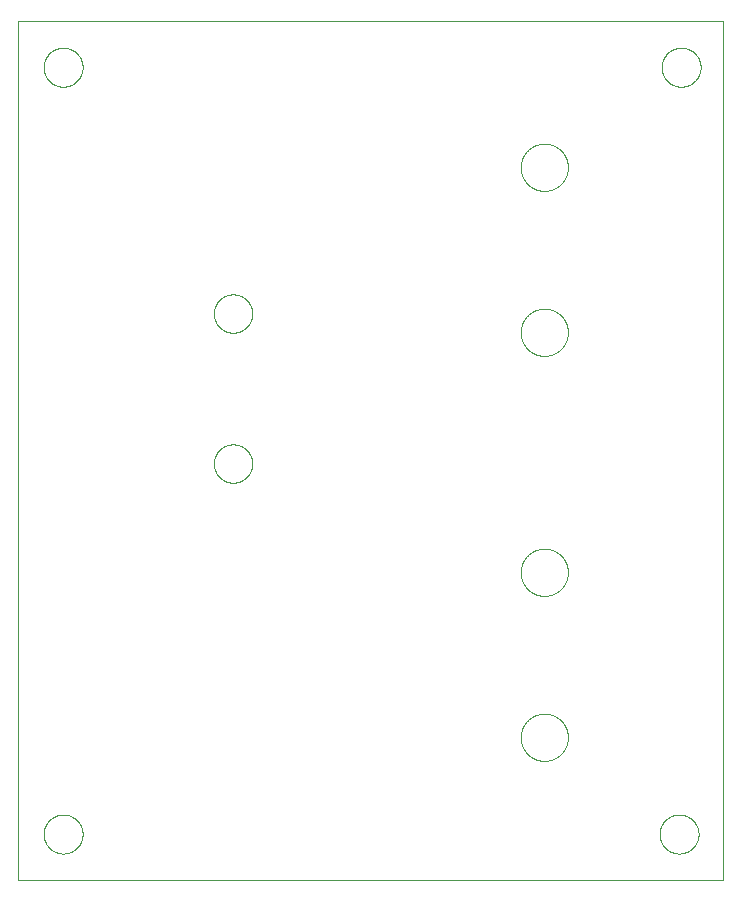
<source format=gtp>
G75*
%MOIN*%
%OFA0B0*%
%FSLAX25Y25*%
%IPPOS*%
%LPD*%
%AMOC8*
5,1,8,0,0,1.08239X$1,22.5*
%
%ADD10C,0.00000*%
D10*
X0001000Y0001000D02*
X0001000Y0287024D01*
X0236236Y0287024D01*
X0236236Y0001000D01*
X0001000Y0001000D01*
X0009657Y0016157D02*
X0009659Y0016318D01*
X0009665Y0016478D01*
X0009675Y0016639D01*
X0009689Y0016799D01*
X0009707Y0016959D01*
X0009728Y0017118D01*
X0009754Y0017277D01*
X0009784Y0017435D01*
X0009817Y0017592D01*
X0009855Y0017749D01*
X0009896Y0017904D01*
X0009941Y0018058D01*
X0009990Y0018211D01*
X0010043Y0018363D01*
X0010099Y0018514D01*
X0010160Y0018663D01*
X0010223Y0018811D01*
X0010291Y0018957D01*
X0010362Y0019101D01*
X0010436Y0019243D01*
X0010514Y0019384D01*
X0010596Y0019522D01*
X0010681Y0019659D01*
X0010769Y0019793D01*
X0010861Y0019925D01*
X0010956Y0020055D01*
X0011054Y0020183D01*
X0011155Y0020308D01*
X0011259Y0020430D01*
X0011366Y0020550D01*
X0011476Y0020667D01*
X0011589Y0020782D01*
X0011705Y0020893D01*
X0011824Y0021002D01*
X0011945Y0021107D01*
X0012069Y0021210D01*
X0012195Y0021310D01*
X0012323Y0021406D01*
X0012454Y0021499D01*
X0012588Y0021589D01*
X0012723Y0021676D01*
X0012861Y0021759D01*
X0013000Y0021839D01*
X0013142Y0021915D01*
X0013285Y0021988D01*
X0013430Y0022057D01*
X0013577Y0022123D01*
X0013725Y0022185D01*
X0013875Y0022243D01*
X0014026Y0022298D01*
X0014179Y0022349D01*
X0014333Y0022396D01*
X0014488Y0022439D01*
X0014644Y0022478D01*
X0014800Y0022514D01*
X0014958Y0022545D01*
X0015116Y0022573D01*
X0015275Y0022597D01*
X0015435Y0022617D01*
X0015595Y0022633D01*
X0015755Y0022645D01*
X0015916Y0022653D01*
X0016077Y0022657D01*
X0016237Y0022657D01*
X0016398Y0022653D01*
X0016559Y0022645D01*
X0016719Y0022633D01*
X0016879Y0022617D01*
X0017039Y0022597D01*
X0017198Y0022573D01*
X0017356Y0022545D01*
X0017514Y0022514D01*
X0017670Y0022478D01*
X0017826Y0022439D01*
X0017981Y0022396D01*
X0018135Y0022349D01*
X0018288Y0022298D01*
X0018439Y0022243D01*
X0018589Y0022185D01*
X0018737Y0022123D01*
X0018884Y0022057D01*
X0019029Y0021988D01*
X0019172Y0021915D01*
X0019314Y0021839D01*
X0019453Y0021759D01*
X0019591Y0021676D01*
X0019726Y0021589D01*
X0019860Y0021499D01*
X0019991Y0021406D01*
X0020119Y0021310D01*
X0020245Y0021210D01*
X0020369Y0021107D01*
X0020490Y0021002D01*
X0020609Y0020893D01*
X0020725Y0020782D01*
X0020838Y0020667D01*
X0020948Y0020550D01*
X0021055Y0020430D01*
X0021159Y0020308D01*
X0021260Y0020183D01*
X0021358Y0020055D01*
X0021453Y0019925D01*
X0021545Y0019793D01*
X0021633Y0019659D01*
X0021718Y0019522D01*
X0021800Y0019384D01*
X0021878Y0019243D01*
X0021952Y0019101D01*
X0022023Y0018957D01*
X0022091Y0018811D01*
X0022154Y0018663D01*
X0022215Y0018514D01*
X0022271Y0018363D01*
X0022324Y0018211D01*
X0022373Y0018058D01*
X0022418Y0017904D01*
X0022459Y0017749D01*
X0022497Y0017592D01*
X0022530Y0017435D01*
X0022560Y0017277D01*
X0022586Y0017118D01*
X0022607Y0016959D01*
X0022625Y0016799D01*
X0022639Y0016639D01*
X0022649Y0016478D01*
X0022655Y0016318D01*
X0022657Y0016157D01*
X0022655Y0015996D01*
X0022649Y0015836D01*
X0022639Y0015675D01*
X0022625Y0015515D01*
X0022607Y0015355D01*
X0022586Y0015196D01*
X0022560Y0015037D01*
X0022530Y0014879D01*
X0022497Y0014722D01*
X0022459Y0014565D01*
X0022418Y0014410D01*
X0022373Y0014256D01*
X0022324Y0014103D01*
X0022271Y0013951D01*
X0022215Y0013800D01*
X0022154Y0013651D01*
X0022091Y0013503D01*
X0022023Y0013357D01*
X0021952Y0013213D01*
X0021878Y0013071D01*
X0021800Y0012930D01*
X0021718Y0012792D01*
X0021633Y0012655D01*
X0021545Y0012521D01*
X0021453Y0012389D01*
X0021358Y0012259D01*
X0021260Y0012131D01*
X0021159Y0012006D01*
X0021055Y0011884D01*
X0020948Y0011764D01*
X0020838Y0011647D01*
X0020725Y0011532D01*
X0020609Y0011421D01*
X0020490Y0011312D01*
X0020369Y0011207D01*
X0020245Y0011104D01*
X0020119Y0011004D01*
X0019991Y0010908D01*
X0019860Y0010815D01*
X0019726Y0010725D01*
X0019591Y0010638D01*
X0019453Y0010555D01*
X0019314Y0010475D01*
X0019172Y0010399D01*
X0019029Y0010326D01*
X0018884Y0010257D01*
X0018737Y0010191D01*
X0018589Y0010129D01*
X0018439Y0010071D01*
X0018288Y0010016D01*
X0018135Y0009965D01*
X0017981Y0009918D01*
X0017826Y0009875D01*
X0017670Y0009836D01*
X0017514Y0009800D01*
X0017356Y0009769D01*
X0017198Y0009741D01*
X0017039Y0009717D01*
X0016879Y0009697D01*
X0016719Y0009681D01*
X0016559Y0009669D01*
X0016398Y0009661D01*
X0016237Y0009657D01*
X0016077Y0009657D01*
X0015916Y0009661D01*
X0015755Y0009669D01*
X0015595Y0009681D01*
X0015435Y0009697D01*
X0015275Y0009717D01*
X0015116Y0009741D01*
X0014958Y0009769D01*
X0014800Y0009800D01*
X0014644Y0009836D01*
X0014488Y0009875D01*
X0014333Y0009918D01*
X0014179Y0009965D01*
X0014026Y0010016D01*
X0013875Y0010071D01*
X0013725Y0010129D01*
X0013577Y0010191D01*
X0013430Y0010257D01*
X0013285Y0010326D01*
X0013142Y0010399D01*
X0013000Y0010475D01*
X0012861Y0010555D01*
X0012723Y0010638D01*
X0012588Y0010725D01*
X0012454Y0010815D01*
X0012323Y0010908D01*
X0012195Y0011004D01*
X0012069Y0011104D01*
X0011945Y0011207D01*
X0011824Y0011312D01*
X0011705Y0011421D01*
X0011589Y0011532D01*
X0011476Y0011647D01*
X0011366Y0011764D01*
X0011259Y0011884D01*
X0011155Y0012006D01*
X0011054Y0012131D01*
X0010956Y0012259D01*
X0010861Y0012389D01*
X0010769Y0012521D01*
X0010681Y0012655D01*
X0010596Y0012792D01*
X0010514Y0012930D01*
X0010436Y0013071D01*
X0010362Y0013213D01*
X0010291Y0013357D01*
X0010223Y0013503D01*
X0010160Y0013651D01*
X0010099Y0013800D01*
X0010043Y0013951D01*
X0009990Y0014103D01*
X0009941Y0014256D01*
X0009896Y0014410D01*
X0009855Y0014565D01*
X0009817Y0014722D01*
X0009784Y0014879D01*
X0009754Y0015037D01*
X0009728Y0015196D01*
X0009707Y0015355D01*
X0009689Y0015515D01*
X0009675Y0015675D01*
X0009665Y0015836D01*
X0009659Y0015996D01*
X0009657Y0016157D01*
X0066393Y0139661D02*
X0066395Y0139821D01*
X0066401Y0139980D01*
X0066411Y0140139D01*
X0066425Y0140298D01*
X0066443Y0140457D01*
X0066464Y0140615D01*
X0066490Y0140772D01*
X0066520Y0140929D01*
X0066553Y0141085D01*
X0066591Y0141240D01*
X0066632Y0141394D01*
X0066677Y0141547D01*
X0066726Y0141699D01*
X0066779Y0141849D01*
X0066835Y0141998D01*
X0066895Y0142146D01*
X0066959Y0142292D01*
X0067027Y0142437D01*
X0067098Y0142580D01*
X0067172Y0142721D01*
X0067250Y0142860D01*
X0067332Y0142997D01*
X0067417Y0143132D01*
X0067505Y0143265D01*
X0067596Y0143396D01*
X0067691Y0143524D01*
X0067789Y0143650D01*
X0067890Y0143774D01*
X0067994Y0143894D01*
X0068101Y0144013D01*
X0068211Y0144128D01*
X0068324Y0144241D01*
X0068439Y0144351D01*
X0068558Y0144458D01*
X0068678Y0144562D01*
X0068802Y0144663D01*
X0068928Y0144761D01*
X0069056Y0144856D01*
X0069187Y0144947D01*
X0069320Y0145035D01*
X0069455Y0145120D01*
X0069592Y0145202D01*
X0069731Y0145280D01*
X0069872Y0145354D01*
X0070015Y0145425D01*
X0070160Y0145493D01*
X0070306Y0145557D01*
X0070454Y0145617D01*
X0070603Y0145673D01*
X0070753Y0145726D01*
X0070905Y0145775D01*
X0071058Y0145820D01*
X0071212Y0145861D01*
X0071367Y0145899D01*
X0071523Y0145932D01*
X0071680Y0145962D01*
X0071837Y0145988D01*
X0071995Y0146009D01*
X0072154Y0146027D01*
X0072313Y0146041D01*
X0072472Y0146051D01*
X0072631Y0146057D01*
X0072791Y0146059D01*
X0072951Y0146057D01*
X0073110Y0146051D01*
X0073269Y0146041D01*
X0073428Y0146027D01*
X0073587Y0146009D01*
X0073745Y0145988D01*
X0073902Y0145962D01*
X0074059Y0145932D01*
X0074215Y0145899D01*
X0074370Y0145861D01*
X0074524Y0145820D01*
X0074677Y0145775D01*
X0074829Y0145726D01*
X0074979Y0145673D01*
X0075128Y0145617D01*
X0075276Y0145557D01*
X0075422Y0145493D01*
X0075567Y0145425D01*
X0075710Y0145354D01*
X0075851Y0145280D01*
X0075990Y0145202D01*
X0076127Y0145120D01*
X0076262Y0145035D01*
X0076395Y0144947D01*
X0076526Y0144856D01*
X0076654Y0144761D01*
X0076780Y0144663D01*
X0076904Y0144562D01*
X0077024Y0144458D01*
X0077143Y0144351D01*
X0077258Y0144241D01*
X0077371Y0144128D01*
X0077481Y0144013D01*
X0077588Y0143894D01*
X0077692Y0143774D01*
X0077793Y0143650D01*
X0077891Y0143524D01*
X0077986Y0143396D01*
X0078077Y0143265D01*
X0078165Y0143132D01*
X0078250Y0142997D01*
X0078332Y0142860D01*
X0078410Y0142721D01*
X0078484Y0142580D01*
X0078555Y0142437D01*
X0078623Y0142292D01*
X0078687Y0142146D01*
X0078747Y0141998D01*
X0078803Y0141849D01*
X0078856Y0141699D01*
X0078905Y0141547D01*
X0078950Y0141394D01*
X0078991Y0141240D01*
X0079029Y0141085D01*
X0079062Y0140929D01*
X0079092Y0140772D01*
X0079118Y0140615D01*
X0079139Y0140457D01*
X0079157Y0140298D01*
X0079171Y0140139D01*
X0079181Y0139980D01*
X0079187Y0139821D01*
X0079189Y0139661D01*
X0079187Y0139501D01*
X0079181Y0139342D01*
X0079171Y0139183D01*
X0079157Y0139024D01*
X0079139Y0138865D01*
X0079118Y0138707D01*
X0079092Y0138550D01*
X0079062Y0138393D01*
X0079029Y0138237D01*
X0078991Y0138082D01*
X0078950Y0137928D01*
X0078905Y0137775D01*
X0078856Y0137623D01*
X0078803Y0137473D01*
X0078747Y0137324D01*
X0078687Y0137176D01*
X0078623Y0137030D01*
X0078555Y0136885D01*
X0078484Y0136742D01*
X0078410Y0136601D01*
X0078332Y0136462D01*
X0078250Y0136325D01*
X0078165Y0136190D01*
X0078077Y0136057D01*
X0077986Y0135926D01*
X0077891Y0135798D01*
X0077793Y0135672D01*
X0077692Y0135548D01*
X0077588Y0135428D01*
X0077481Y0135309D01*
X0077371Y0135194D01*
X0077258Y0135081D01*
X0077143Y0134971D01*
X0077024Y0134864D01*
X0076904Y0134760D01*
X0076780Y0134659D01*
X0076654Y0134561D01*
X0076526Y0134466D01*
X0076395Y0134375D01*
X0076262Y0134287D01*
X0076127Y0134202D01*
X0075990Y0134120D01*
X0075851Y0134042D01*
X0075710Y0133968D01*
X0075567Y0133897D01*
X0075422Y0133829D01*
X0075276Y0133765D01*
X0075128Y0133705D01*
X0074979Y0133649D01*
X0074829Y0133596D01*
X0074677Y0133547D01*
X0074524Y0133502D01*
X0074370Y0133461D01*
X0074215Y0133423D01*
X0074059Y0133390D01*
X0073902Y0133360D01*
X0073745Y0133334D01*
X0073587Y0133313D01*
X0073428Y0133295D01*
X0073269Y0133281D01*
X0073110Y0133271D01*
X0072951Y0133265D01*
X0072791Y0133263D01*
X0072631Y0133265D01*
X0072472Y0133271D01*
X0072313Y0133281D01*
X0072154Y0133295D01*
X0071995Y0133313D01*
X0071837Y0133334D01*
X0071680Y0133360D01*
X0071523Y0133390D01*
X0071367Y0133423D01*
X0071212Y0133461D01*
X0071058Y0133502D01*
X0070905Y0133547D01*
X0070753Y0133596D01*
X0070603Y0133649D01*
X0070454Y0133705D01*
X0070306Y0133765D01*
X0070160Y0133829D01*
X0070015Y0133897D01*
X0069872Y0133968D01*
X0069731Y0134042D01*
X0069592Y0134120D01*
X0069455Y0134202D01*
X0069320Y0134287D01*
X0069187Y0134375D01*
X0069056Y0134466D01*
X0068928Y0134561D01*
X0068802Y0134659D01*
X0068678Y0134760D01*
X0068558Y0134864D01*
X0068439Y0134971D01*
X0068324Y0135081D01*
X0068211Y0135194D01*
X0068101Y0135309D01*
X0067994Y0135428D01*
X0067890Y0135548D01*
X0067789Y0135672D01*
X0067691Y0135798D01*
X0067596Y0135926D01*
X0067505Y0136057D01*
X0067417Y0136190D01*
X0067332Y0136325D01*
X0067250Y0136462D01*
X0067172Y0136601D01*
X0067098Y0136742D01*
X0067027Y0136885D01*
X0066959Y0137030D01*
X0066895Y0137176D01*
X0066835Y0137324D01*
X0066779Y0137473D01*
X0066726Y0137623D01*
X0066677Y0137775D01*
X0066632Y0137928D01*
X0066591Y0138082D01*
X0066553Y0138237D01*
X0066520Y0138393D01*
X0066490Y0138550D01*
X0066464Y0138707D01*
X0066443Y0138865D01*
X0066425Y0139024D01*
X0066411Y0139183D01*
X0066401Y0139342D01*
X0066395Y0139501D01*
X0066393Y0139661D01*
X0066393Y0189661D02*
X0066395Y0189821D01*
X0066401Y0189980D01*
X0066411Y0190139D01*
X0066425Y0190298D01*
X0066443Y0190457D01*
X0066464Y0190615D01*
X0066490Y0190772D01*
X0066520Y0190929D01*
X0066553Y0191085D01*
X0066591Y0191240D01*
X0066632Y0191394D01*
X0066677Y0191547D01*
X0066726Y0191699D01*
X0066779Y0191849D01*
X0066835Y0191998D01*
X0066895Y0192146D01*
X0066959Y0192292D01*
X0067027Y0192437D01*
X0067098Y0192580D01*
X0067172Y0192721D01*
X0067250Y0192860D01*
X0067332Y0192997D01*
X0067417Y0193132D01*
X0067505Y0193265D01*
X0067596Y0193396D01*
X0067691Y0193524D01*
X0067789Y0193650D01*
X0067890Y0193774D01*
X0067994Y0193894D01*
X0068101Y0194013D01*
X0068211Y0194128D01*
X0068324Y0194241D01*
X0068439Y0194351D01*
X0068558Y0194458D01*
X0068678Y0194562D01*
X0068802Y0194663D01*
X0068928Y0194761D01*
X0069056Y0194856D01*
X0069187Y0194947D01*
X0069320Y0195035D01*
X0069455Y0195120D01*
X0069592Y0195202D01*
X0069731Y0195280D01*
X0069872Y0195354D01*
X0070015Y0195425D01*
X0070160Y0195493D01*
X0070306Y0195557D01*
X0070454Y0195617D01*
X0070603Y0195673D01*
X0070753Y0195726D01*
X0070905Y0195775D01*
X0071058Y0195820D01*
X0071212Y0195861D01*
X0071367Y0195899D01*
X0071523Y0195932D01*
X0071680Y0195962D01*
X0071837Y0195988D01*
X0071995Y0196009D01*
X0072154Y0196027D01*
X0072313Y0196041D01*
X0072472Y0196051D01*
X0072631Y0196057D01*
X0072791Y0196059D01*
X0072951Y0196057D01*
X0073110Y0196051D01*
X0073269Y0196041D01*
X0073428Y0196027D01*
X0073587Y0196009D01*
X0073745Y0195988D01*
X0073902Y0195962D01*
X0074059Y0195932D01*
X0074215Y0195899D01*
X0074370Y0195861D01*
X0074524Y0195820D01*
X0074677Y0195775D01*
X0074829Y0195726D01*
X0074979Y0195673D01*
X0075128Y0195617D01*
X0075276Y0195557D01*
X0075422Y0195493D01*
X0075567Y0195425D01*
X0075710Y0195354D01*
X0075851Y0195280D01*
X0075990Y0195202D01*
X0076127Y0195120D01*
X0076262Y0195035D01*
X0076395Y0194947D01*
X0076526Y0194856D01*
X0076654Y0194761D01*
X0076780Y0194663D01*
X0076904Y0194562D01*
X0077024Y0194458D01*
X0077143Y0194351D01*
X0077258Y0194241D01*
X0077371Y0194128D01*
X0077481Y0194013D01*
X0077588Y0193894D01*
X0077692Y0193774D01*
X0077793Y0193650D01*
X0077891Y0193524D01*
X0077986Y0193396D01*
X0078077Y0193265D01*
X0078165Y0193132D01*
X0078250Y0192997D01*
X0078332Y0192860D01*
X0078410Y0192721D01*
X0078484Y0192580D01*
X0078555Y0192437D01*
X0078623Y0192292D01*
X0078687Y0192146D01*
X0078747Y0191998D01*
X0078803Y0191849D01*
X0078856Y0191699D01*
X0078905Y0191547D01*
X0078950Y0191394D01*
X0078991Y0191240D01*
X0079029Y0191085D01*
X0079062Y0190929D01*
X0079092Y0190772D01*
X0079118Y0190615D01*
X0079139Y0190457D01*
X0079157Y0190298D01*
X0079171Y0190139D01*
X0079181Y0189980D01*
X0079187Y0189821D01*
X0079189Y0189661D01*
X0079187Y0189501D01*
X0079181Y0189342D01*
X0079171Y0189183D01*
X0079157Y0189024D01*
X0079139Y0188865D01*
X0079118Y0188707D01*
X0079092Y0188550D01*
X0079062Y0188393D01*
X0079029Y0188237D01*
X0078991Y0188082D01*
X0078950Y0187928D01*
X0078905Y0187775D01*
X0078856Y0187623D01*
X0078803Y0187473D01*
X0078747Y0187324D01*
X0078687Y0187176D01*
X0078623Y0187030D01*
X0078555Y0186885D01*
X0078484Y0186742D01*
X0078410Y0186601D01*
X0078332Y0186462D01*
X0078250Y0186325D01*
X0078165Y0186190D01*
X0078077Y0186057D01*
X0077986Y0185926D01*
X0077891Y0185798D01*
X0077793Y0185672D01*
X0077692Y0185548D01*
X0077588Y0185428D01*
X0077481Y0185309D01*
X0077371Y0185194D01*
X0077258Y0185081D01*
X0077143Y0184971D01*
X0077024Y0184864D01*
X0076904Y0184760D01*
X0076780Y0184659D01*
X0076654Y0184561D01*
X0076526Y0184466D01*
X0076395Y0184375D01*
X0076262Y0184287D01*
X0076127Y0184202D01*
X0075990Y0184120D01*
X0075851Y0184042D01*
X0075710Y0183968D01*
X0075567Y0183897D01*
X0075422Y0183829D01*
X0075276Y0183765D01*
X0075128Y0183705D01*
X0074979Y0183649D01*
X0074829Y0183596D01*
X0074677Y0183547D01*
X0074524Y0183502D01*
X0074370Y0183461D01*
X0074215Y0183423D01*
X0074059Y0183390D01*
X0073902Y0183360D01*
X0073745Y0183334D01*
X0073587Y0183313D01*
X0073428Y0183295D01*
X0073269Y0183281D01*
X0073110Y0183271D01*
X0072951Y0183265D01*
X0072791Y0183263D01*
X0072631Y0183265D01*
X0072472Y0183271D01*
X0072313Y0183281D01*
X0072154Y0183295D01*
X0071995Y0183313D01*
X0071837Y0183334D01*
X0071680Y0183360D01*
X0071523Y0183390D01*
X0071367Y0183423D01*
X0071212Y0183461D01*
X0071058Y0183502D01*
X0070905Y0183547D01*
X0070753Y0183596D01*
X0070603Y0183649D01*
X0070454Y0183705D01*
X0070306Y0183765D01*
X0070160Y0183829D01*
X0070015Y0183897D01*
X0069872Y0183968D01*
X0069731Y0184042D01*
X0069592Y0184120D01*
X0069455Y0184202D01*
X0069320Y0184287D01*
X0069187Y0184375D01*
X0069056Y0184466D01*
X0068928Y0184561D01*
X0068802Y0184659D01*
X0068678Y0184760D01*
X0068558Y0184864D01*
X0068439Y0184971D01*
X0068324Y0185081D01*
X0068211Y0185194D01*
X0068101Y0185309D01*
X0067994Y0185428D01*
X0067890Y0185548D01*
X0067789Y0185672D01*
X0067691Y0185798D01*
X0067596Y0185926D01*
X0067505Y0186057D01*
X0067417Y0186190D01*
X0067332Y0186325D01*
X0067250Y0186462D01*
X0067172Y0186601D01*
X0067098Y0186742D01*
X0067027Y0186885D01*
X0066959Y0187030D01*
X0066895Y0187176D01*
X0066835Y0187324D01*
X0066779Y0187473D01*
X0066726Y0187623D01*
X0066677Y0187775D01*
X0066632Y0187928D01*
X0066591Y0188082D01*
X0066553Y0188237D01*
X0066520Y0188393D01*
X0066490Y0188550D01*
X0066464Y0188707D01*
X0066443Y0188865D01*
X0066425Y0189024D01*
X0066411Y0189183D01*
X0066401Y0189342D01*
X0066395Y0189501D01*
X0066393Y0189661D01*
X0009657Y0271768D02*
X0009659Y0271929D01*
X0009665Y0272089D01*
X0009675Y0272250D01*
X0009689Y0272410D01*
X0009707Y0272570D01*
X0009728Y0272729D01*
X0009754Y0272888D01*
X0009784Y0273046D01*
X0009817Y0273203D01*
X0009855Y0273360D01*
X0009896Y0273515D01*
X0009941Y0273669D01*
X0009990Y0273822D01*
X0010043Y0273974D01*
X0010099Y0274125D01*
X0010160Y0274274D01*
X0010223Y0274422D01*
X0010291Y0274568D01*
X0010362Y0274712D01*
X0010436Y0274854D01*
X0010514Y0274995D01*
X0010596Y0275133D01*
X0010681Y0275270D01*
X0010769Y0275404D01*
X0010861Y0275536D01*
X0010956Y0275666D01*
X0011054Y0275794D01*
X0011155Y0275919D01*
X0011259Y0276041D01*
X0011366Y0276161D01*
X0011476Y0276278D01*
X0011589Y0276393D01*
X0011705Y0276504D01*
X0011824Y0276613D01*
X0011945Y0276718D01*
X0012069Y0276821D01*
X0012195Y0276921D01*
X0012323Y0277017D01*
X0012454Y0277110D01*
X0012588Y0277200D01*
X0012723Y0277287D01*
X0012861Y0277370D01*
X0013000Y0277450D01*
X0013142Y0277526D01*
X0013285Y0277599D01*
X0013430Y0277668D01*
X0013577Y0277734D01*
X0013725Y0277796D01*
X0013875Y0277854D01*
X0014026Y0277909D01*
X0014179Y0277960D01*
X0014333Y0278007D01*
X0014488Y0278050D01*
X0014644Y0278089D01*
X0014800Y0278125D01*
X0014958Y0278156D01*
X0015116Y0278184D01*
X0015275Y0278208D01*
X0015435Y0278228D01*
X0015595Y0278244D01*
X0015755Y0278256D01*
X0015916Y0278264D01*
X0016077Y0278268D01*
X0016237Y0278268D01*
X0016398Y0278264D01*
X0016559Y0278256D01*
X0016719Y0278244D01*
X0016879Y0278228D01*
X0017039Y0278208D01*
X0017198Y0278184D01*
X0017356Y0278156D01*
X0017514Y0278125D01*
X0017670Y0278089D01*
X0017826Y0278050D01*
X0017981Y0278007D01*
X0018135Y0277960D01*
X0018288Y0277909D01*
X0018439Y0277854D01*
X0018589Y0277796D01*
X0018737Y0277734D01*
X0018884Y0277668D01*
X0019029Y0277599D01*
X0019172Y0277526D01*
X0019314Y0277450D01*
X0019453Y0277370D01*
X0019591Y0277287D01*
X0019726Y0277200D01*
X0019860Y0277110D01*
X0019991Y0277017D01*
X0020119Y0276921D01*
X0020245Y0276821D01*
X0020369Y0276718D01*
X0020490Y0276613D01*
X0020609Y0276504D01*
X0020725Y0276393D01*
X0020838Y0276278D01*
X0020948Y0276161D01*
X0021055Y0276041D01*
X0021159Y0275919D01*
X0021260Y0275794D01*
X0021358Y0275666D01*
X0021453Y0275536D01*
X0021545Y0275404D01*
X0021633Y0275270D01*
X0021718Y0275133D01*
X0021800Y0274995D01*
X0021878Y0274854D01*
X0021952Y0274712D01*
X0022023Y0274568D01*
X0022091Y0274422D01*
X0022154Y0274274D01*
X0022215Y0274125D01*
X0022271Y0273974D01*
X0022324Y0273822D01*
X0022373Y0273669D01*
X0022418Y0273515D01*
X0022459Y0273360D01*
X0022497Y0273203D01*
X0022530Y0273046D01*
X0022560Y0272888D01*
X0022586Y0272729D01*
X0022607Y0272570D01*
X0022625Y0272410D01*
X0022639Y0272250D01*
X0022649Y0272089D01*
X0022655Y0271929D01*
X0022657Y0271768D01*
X0022655Y0271607D01*
X0022649Y0271447D01*
X0022639Y0271286D01*
X0022625Y0271126D01*
X0022607Y0270966D01*
X0022586Y0270807D01*
X0022560Y0270648D01*
X0022530Y0270490D01*
X0022497Y0270333D01*
X0022459Y0270176D01*
X0022418Y0270021D01*
X0022373Y0269867D01*
X0022324Y0269714D01*
X0022271Y0269562D01*
X0022215Y0269411D01*
X0022154Y0269262D01*
X0022091Y0269114D01*
X0022023Y0268968D01*
X0021952Y0268824D01*
X0021878Y0268682D01*
X0021800Y0268541D01*
X0021718Y0268403D01*
X0021633Y0268266D01*
X0021545Y0268132D01*
X0021453Y0268000D01*
X0021358Y0267870D01*
X0021260Y0267742D01*
X0021159Y0267617D01*
X0021055Y0267495D01*
X0020948Y0267375D01*
X0020838Y0267258D01*
X0020725Y0267143D01*
X0020609Y0267032D01*
X0020490Y0266923D01*
X0020369Y0266818D01*
X0020245Y0266715D01*
X0020119Y0266615D01*
X0019991Y0266519D01*
X0019860Y0266426D01*
X0019726Y0266336D01*
X0019591Y0266249D01*
X0019453Y0266166D01*
X0019314Y0266086D01*
X0019172Y0266010D01*
X0019029Y0265937D01*
X0018884Y0265868D01*
X0018737Y0265802D01*
X0018589Y0265740D01*
X0018439Y0265682D01*
X0018288Y0265627D01*
X0018135Y0265576D01*
X0017981Y0265529D01*
X0017826Y0265486D01*
X0017670Y0265447D01*
X0017514Y0265411D01*
X0017356Y0265380D01*
X0017198Y0265352D01*
X0017039Y0265328D01*
X0016879Y0265308D01*
X0016719Y0265292D01*
X0016559Y0265280D01*
X0016398Y0265272D01*
X0016237Y0265268D01*
X0016077Y0265268D01*
X0015916Y0265272D01*
X0015755Y0265280D01*
X0015595Y0265292D01*
X0015435Y0265308D01*
X0015275Y0265328D01*
X0015116Y0265352D01*
X0014958Y0265380D01*
X0014800Y0265411D01*
X0014644Y0265447D01*
X0014488Y0265486D01*
X0014333Y0265529D01*
X0014179Y0265576D01*
X0014026Y0265627D01*
X0013875Y0265682D01*
X0013725Y0265740D01*
X0013577Y0265802D01*
X0013430Y0265868D01*
X0013285Y0265937D01*
X0013142Y0266010D01*
X0013000Y0266086D01*
X0012861Y0266166D01*
X0012723Y0266249D01*
X0012588Y0266336D01*
X0012454Y0266426D01*
X0012323Y0266519D01*
X0012195Y0266615D01*
X0012069Y0266715D01*
X0011945Y0266818D01*
X0011824Y0266923D01*
X0011705Y0267032D01*
X0011589Y0267143D01*
X0011476Y0267258D01*
X0011366Y0267375D01*
X0011259Y0267495D01*
X0011155Y0267617D01*
X0011054Y0267742D01*
X0010956Y0267870D01*
X0010861Y0268000D01*
X0010769Y0268132D01*
X0010681Y0268266D01*
X0010596Y0268403D01*
X0010514Y0268541D01*
X0010436Y0268682D01*
X0010362Y0268824D01*
X0010291Y0268968D01*
X0010223Y0269114D01*
X0010160Y0269262D01*
X0010099Y0269411D01*
X0010043Y0269562D01*
X0009990Y0269714D01*
X0009941Y0269867D01*
X0009896Y0270021D01*
X0009855Y0270176D01*
X0009817Y0270333D01*
X0009784Y0270490D01*
X0009754Y0270648D01*
X0009728Y0270807D01*
X0009707Y0270966D01*
X0009689Y0271126D01*
X0009675Y0271286D01*
X0009665Y0271447D01*
X0009659Y0271607D01*
X0009657Y0271768D01*
X0168677Y0238421D02*
X0168679Y0238614D01*
X0168686Y0238807D01*
X0168698Y0239000D01*
X0168715Y0239193D01*
X0168736Y0239385D01*
X0168762Y0239576D01*
X0168793Y0239767D01*
X0168828Y0239957D01*
X0168868Y0240146D01*
X0168913Y0240334D01*
X0168962Y0240521D01*
X0169016Y0240707D01*
X0169074Y0240891D01*
X0169137Y0241074D01*
X0169205Y0241255D01*
X0169276Y0241434D01*
X0169353Y0241612D01*
X0169433Y0241788D01*
X0169518Y0241961D01*
X0169607Y0242133D01*
X0169700Y0242302D01*
X0169797Y0242469D01*
X0169899Y0242634D01*
X0170004Y0242796D01*
X0170113Y0242955D01*
X0170227Y0243112D01*
X0170344Y0243265D01*
X0170464Y0243416D01*
X0170589Y0243564D01*
X0170717Y0243709D01*
X0170848Y0243850D01*
X0170983Y0243989D01*
X0171122Y0244124D01*
X0171263Y0244255D01*
X0171408Y0244383D01*
X0171556Y0244508D01*
X0171707Y0244628D01*
X0171860Y0244745D01*
X0172017Y0244859D01*
X0172176Y0244968D01*
X0172338Y0245073D01*
X0172503Y0245175D01*
X0172670Y0245272D01*
X0172839Y0245365D01*
X0173011Y0245454D01*
X0173184Y0245539D01*
X0173360Y0245619D01*
X0173538Y0245696D01*
X0173717Y0245767D01*
X0173898Y0245835D01*
X0174081Y0245898D01*
X0174265Y0245956D01*
X0174451Y0246010D01*
X0174638Y0246059D01*
X0174826Y0246104D01*
X0175015Y0246144D01*
X0175205Y0246179D01*
X0175396Y0246210D01*
X0175587Y0246236D01*
X0175779Y0246257D01*
X0175972Y0246274D01*
X0176165Y0246286D01*
X0176358Y0246293D01*
X0176551Y0246295D01*
X0176744Y0246293D01*
X0176937Y0246286D01*
X0177130Y0246274D01*
X0177323Y0246257D01*
X0177515Y0246236D01*
X0177706Y0246210D01*
X0177897Y0246179D01*
X0178087Y0246144D01*
X0178276Y0246104D01*
X0178464Y0246059D01*
X0178651Y0246010D01*
X0178837Y0245956D01*
X0179021Y0245898D01*
X0179204Y0245835D01*
X0179385Y0245767D01*
X0179564Y0245696D01*
X0179742Y0245619D01*
X0179918Y0245539D01*
X0180091Y0245454D01*
X0180263Y0245365D01*
X0180432Y0245272D01*
X0180599Y0245175D01*
X0180764Y0245073D01*
X0180926Y0244968D01*
X0181085Y0244859D01*
X0181242Y0244745D01*
X0181395Y0244628D01*
X0181546Y0244508D01*
X0181694Y0244383D01*
X0181839Y0244255D01*
X0181980Y0244124D01*
X0182119Y0243989D01*
X0182254Y0243850D01*
X0182385Y0243709D01*
X0182513Y0243564D01*
X0182638Y0243416D01*
X0182758Y0243265D01*
X0182875Y0243112D01*
X0182989Y0242955D01*
X0183098Y0242796D01*
X0183203Y0242634D01*
X0183305Y0242469D01*
X0183402Y0242302D01*
X0183495Y0242133D01*
X0183584Y0241961D01*
X0183669Y0241788D01*
X0183749Y0241612D01*
X0183826Y0241434D01*
X0183897Y0241255D01*
X0183965Y0241074D01*
X0184028Y0240891D01*
X0184086Y0240707D01*
X0184140Y0240521D01*
X0184189Y0240334D01*
X0184234Y0240146D01*
X0184274Y0239957D01*
X0184309Y0239767D01*
X0184340Y0239576D01*
X0184366Y0239385D01*
X0184387Y0239193D01*
X0184404Y0239000D01*
X0184416Y0238807D01*
X0184423Y0238614D01*
X0184425Y0238421D01*
X0184423Y0238228D01*
X0184416Y0238035D01*
X0184404Y0237842D01*
X0184387Y0237649D01*
X0184366Y0237457D01*
X0184340Y0237266D01*
X0184309Y0237075D01*
X0184274Y0236885D01*
X0184234Y0236696D01*
X0184189Y0236508D01*
X0184140Y0236321D01*
X0184086Y0236135D01*
X0184028Y0235951D01*
X0183965Y0235768D01*
X0183897Y0235587D01*
X0183826Y0235408D01*
X0183749Y0235230D01*
X0183669Y0235054D01*
X0183584Y0234881D01*
X0183495Y0234709D01*
X0183402Y0234540D01*
X0183305Y0234373D01*
X0183203Y0234208D01*
X0183098Y0234046D01*
X0182989Y0233887D01*
X0182875Y0233730D01*
X0182758Y0233577D01*
X0182638Y0233426D01*
X0182513Y0233278D01*
X0182385Y0233133D01*
X0182254Y0232992D01*
X0182119Y0232853D01*
X0181980Y0232718D01*
X0181839Y0232587D01*
X0181694Y0232459D01*
X0181546Y0232334D01*
X0181395Y0232214D01*
X0181242Y0232097D01*
X0181085Y0231983D01*
X0180926Y0231874D01*
X0180764Y0231769D01*
X0180599Y0231667D01*
X0180432Y0231570D01*
X0180263Y0231477D01*
X0180091Y0231388D01*
X0179918Y0231303D01*
X0179742Y0231223D01*
X0179564Y0231146D01*
X0179385Y0231075D01*
X0179204Y0231007D01*
X0179021Y0230944D01*
X0178837Y0230886D01*
X0178651Y0230832D01*
X0178464Y0230783D01*
X0178276Y0230738D01*
X0178087Y0230698D01*
X0177897Y0230663D01*
X0177706Y0230632D01*
X0177515Y0230606D01*
X0177323Y0230585D01*
X0177130Y0230568D01*
X0176937Y0230556D01*
X0176744Y0230549D01*
X0176551Y0230547D01*
X0176358Y0230549D01*
X0176165Y0230556D01*
X0175972Y0230568D01*
X0175779Y0230585D01*
X0175587Y0230606D01*
X0175396Y0230632D01*
X0175205Y0230663D01*
X0175015Y0230698D01*
X0174826Y0230738D01*
X0174638Y0230783D01*
X0174451Y0230832D01*
X0174265Y0230886D01*
X0174081Y0230944D01*
X0173898Y0231007D01*
X0173717Y0231075D01*
X0173538Y0231146D01*
X0173360Y0231223D01*
X0173184Y0231303D01*
X0173011Y0231388D01*
X0172839Y0231477D01*
X0172670Y0231570D01*
X0172503Y0231667D01*
X0172338Y0231769D01*
X0172176Y0231874D01*
X0172017Y0231983D01*
X0171860Y0232097D01*
X0171707Y0232214D01*
X0171556Y0232334D01*
X0171408Y0232459D01*
X0171263Y0232587D01*
X0171122Y0232718D01*
X0170983Y0232853D01*
X0170848Y0232992D01*
X0170717Y0233133D01*
X0170589Y0233278D01*
X0170464Y0233426D01*
X0170344Y0233577D01*
X0170227Y0233730D01*
X0170113Y0233887D01*
X0170004Y0234046D01*
X0169899Y0234208D01*
X0169797Y0234373D01*
X0169700Y0234540D01*
X0169607Y0234709D01*
X0169518Y0234881D01*
X0169433Y0235054D01*
X0169353Y0235230D01*
X0169276Y0235408D01*
X0169205Y0235587D01*
X0169137Y0235768D01*
X0169074Y0235951D01*
X0169016Y0236135D01*
X0168962Y0236321D01*
X0168913Y0236508D01*
X0168868Y0236696D01*
X0168828Y0236885D01*
X0168793Y0237075D01*
X0168762Y0237266D01*
X0168736Y0237457D01*
X0168715Y0237649D01*
X0168698Y0237842D01*
X0168686Y0238035D01*
X0168679Y0238228D01*
X0168677Y0238421D01*
X0168677Y0183421D02*
X0168679Y0183614D01*
X0168686Y0183807D01*
X0168698Y0184000D01*
X0168715Y0184193D01*
X0168736Y0184385D01*
X0168762Y0184576D01*
X0168793Y0184767D01*
X0168828Y0184957D01*
X0168868Y0185146D01*
X0168913Y0185334D01*
X0168962Y0185521D01*
X0169016Y0185707D01*
X0169074Y0185891D01*
X0169137Y0186074D01*
X0169205Y0186255D01*
X0169276Y0186434D01*
X0169353Y0186612D01*
X0169433Y0186788D01*
X0169518Y0186961D01*
X0169607Y0187133D01*
X0169700Y0187302D01*
X0169797Y0187469D01*
X0169899Y0187634D01*
X0170004Y0187796D01*
X0170113Y0187955D01*
X0170227Y0188112D01*
X0170344Y0188265D01*
X0170464Y0188416D01*
X0170589Y0188564D01*
X0170717Y0188709D01*
X0170848Y0188850D01*
X0170983Y0188989D01*
X0171122Y0189124D01*
X0171263Y0189255D01*
X0171408Y0189383D01*
X0171556Y0189508D01*
X0171707Y0189628D01*
X0171860Y0189745D01*
X0172017Y0189859D01*
X0172176Y0189968D01*
X0172338Y0190073D01*
X0172503Y0190175D01*
X0172670Y0190272D01*
X0172839Y0190365D01*
X0173011Y0190454D01*
X0173184Y0190539D01*
X0173360Y0190619D01*
X0173538Y0190696D01*
X0173717Y0190767D01*
X0173898Y0190835D01*
X0174081Y0190898D01*
X0174265Y0190956D01*
X0174451Y0191010D01*
X0174638Y0191059D01*
X0174826Y0191104D01*
X0175015Y0191144D01*
X0175205Y0191179D01*
X0175396Y0191210D01*
X0175587Y0191236D01*
X0175779Y0191257D01*
X0175972Y0191274D01*
X0176165Y0191286D01*
X0176358Y0191293D01*
X0176551Y0191295D01*
X0176744Y0191293D01*
X0176937Y0191286D01*
X0177130Y0191274D01*
X0177323Y0191257D01*
X0177515Y0191236D01*
X0177706Y0191210D01*
X0177897Y0191179D01*
X0178087Y0191144D01*
X0178276Y0191104D01*
X0178464Y0191059D01*
X0178651Y0191010D01*
X0178837Y0190956D01*
X0179021Y0190898D01*
X0179204Y0190835D01*
X0179385Y0190767D01*
X0179564Y0190696D01*
X0179742Y0190619D01*
X0179918Y0190539D01*
X0180091Y0190454D01*
X0180263Y0190365D01*
X0180432Y0190272D01*
X0180599Y0190175D01*
X0180764Y0190073D01*
X0180926Y0189968D01*
X0181085Y0189859D01*
X0181242Y0189745D01*
X0181395Y0189628D01*
X0181546Y0189508D01*
X0181694Y0189383D01*
X0181839Y0189255D01*
X0181980Y0189124D01*
X0182119Y0188989D01*
X0182254Y0188850D01*
X0182385Y0188709D01*
X0182513Y0188564D01*
X0182638Y0188416D01*
X0182758Y0188265D01*
X0182875Y0188112D01*
X0182989Y0187955D01*
X0183098Y0187796D01*
X0183203Y0187634D01*
X0183305Y0187469D01*
X0183402Y0187302D01*
X0183495Y0187133D01*
X0183584Y0186961D01*
X0183669Y0186788D01*
X0183749Y0186612D01*
X0183826Y0186434D01*
X0183897Y0186255D01*
X0183965Y0186074D01*
X0184028Y0185891D01*
X0184086Y0185707D01*
X0184140Y0185521D01*
X0184189Y0185334D01*
X0184234Y0185146D01*
X0184274Y0184957D01*
X0184309Y0184767D01*
X0184340Y0184576D01*
X0184366Y0184385D01*
X0184387Y0184193D01*
X0184404Y0184000D01*
X0184416Y0183807D01*
X0184423Y0183614D01*
X0184425Y0183421D01*
X0184423Y0183228D01*
X0184416Y0183035D01*
X0184404Y0182842D01*
X0184387Y0182649D01*
X0184366Y0182457D01*
X0184340Y0182266D01*
X0184309Y0182075D01*
X0184274Y0181885D01*
X0184234Y0181696D01*
X0184189Y0181508D01*
X0184140Y0181321D01*
X0184086Y0181135D01*
X0184028Y0180951D01*
X0183965Y0180768D01*
X0183897Y0180587D01*
X0183826Y0180408D01*
X0183749Y0180230D01*
X0183669Y0180054D01*
X0183584Y0179881D01*
X0183495Y0179709D01*
X0183402Y0179540D01*
X0183305Y0179373D01*
X0183203Y0179208D01*
X0183098Y0179046D01*
X0182989Y0178887D01*
X0182875Y0178730D01*
X0182758Y0178577D01*
X0182638Y0178426D01*
X0182513Y0178278D01*
X0182385Y0178133D01*
X0182254Y0177992D01*
X0182119Y0177853D01*
X0181980Y0177718D01*
X0181839Y0177587D01*
X0181694Y0177459D01*
X0181546Y0177334D01*
X0181395Y0177214D01*
X0181242Y0177097D01*
X0181085Y0176983D01*
X0180926Y0176874D01*
X0180764Y0176769D01*
X0180599Y0176667D01*
X0180432Y0176570D01*
X0180263Y0176477D01*
X0180091Y0176388D01*
X0179918Y0176303D01*
X0179742Y0176223D01*
X0179564Y0176146D01*
X0179385Y0176075D01*
X0179204Y0176007D01*
X0179021Y0175944D01*
X0178837Y0175886D01*
X0178651Y0175832D01*
X0178464Y0175783D01*
X0178276Y0175738D01*
X0178087Y0175698D01*
X0177897Y0175663D01*
X0177706Y0175632D01*
X0177515Y0175606D01*
X0177323Y0175585D01*
X0177130Y0175568D01*
X0176937Y0175556D01*
X0176744Y0175549D01*
X0176551Y0175547D01*
X0176358Y0175549D01*
X0176165Y0175556D01*
X0175972Y0175568D01*
X0175779Y0175585D01*
X0175587Y0175606D01*
X0175396Y0175632D01*
X0175205Y0175663D01*
X0175015Y0175698D01*
X0174826Y0175738D01*
X0174638Y0175783D01*
X0174451Y0175832D01*
X0174265Y0175886D01*
X0174081Y0175944D01*
X0173898Y0176007D01*
X0173717Y0176075D01*
X0173538Y0176146D01*
X0173360Y0176223D01*
X0173184Y0176303D01*
X0173011Y0176388D01*
X0172839Y0176477D01*
X0172670Y0176570D01*
X0172503Y0176667D01*
X0172338Y0176769D01*
X0172176Y0176874D01*
X0172017Y0176983D01*
X0171860Y0177097D01*
X0171707Y0177214D01*
X0171556Y0177334D01*
X0171408Y0177459D01*
X0171263Y0177587D01*
X0171122Y0177718D01*
X0170983Y0177853D01*
X0170848Y0177992D01*
X0170717Y0178133D01*
X0170589Y0178278D01*
X0170464Y0178426D01*
X0170344Y0178577D01*
X0170227Y0178730D01*
X0170113Y0178887D01*
X0170004Y0179046D01*
X0169899Y0179208D01*
X0169797Y0179373D01*
X0169700Y0179540D01*
X0169607Y0179709D01*
X0169518Y0179881D01*
X0169433Y0180054D01*
X0169353Y0180230D01*
X0169276Y0180408D01*
X0169205Y0180587D01*
X0169137Y0180768D01*
X0169074Y0180951D01*
X0169016Y0181135D01*
X0168962Y0181321D01*
X0168913Y0181508D01*
X0168868Y0181696D01*
X0168828Y0181885D01*
X0168793Y0182075D01*
X0168762Y0182266D01*
X0168736Y0182457D01*
X0168715Y0182649D01*
X0168698Y0182842D01*
X0168686Y0183035D01*
X0168679Y0183228D01*
X0168677Y0183421D01*
X0168677Y0103421D02*
X0168679Y0103614D01*
X0168686Y0103807D01*
X0168698Y0104000D01*
X0168715Y0104193D01*
X0168736Y0104385D01*
X0168762Y0104576D01*
X0168793Y0104767D01*
X0168828Y0104957D01*
X0168868Y0105146D01*
X0168913Y0105334D01*
X0168962Y0105521D01*
X0169016Y0105707D01*
X0169074Y0105891D01*
X0169137Y0106074D01*
X0169205Y0106255D01*
X0169276Y0106434D01*
X0169353Y0106612D01*
X0169433Y0106788D01*
X0169518Y0106961D01*
X0169607Y0107133D01*
X0169700Y0107302D01*
X0169797Y0107469D01*
X0169899Y0107634D01*
X0170004Y0107796D01*
X0170113Y0107955D01*
X0170227Y0108112D01*
X0170344Y0108265D01*
X0170464Y0108416D01*
X0170589Y0108564D01*
X0170717Y0108709D01*
X0170848Y0108850D01*
X0170983Y0108989D01*
X0171122Y0109124D01*
X0171263Y0109255D01*
X0171408Y0109383D01*
X0171556Y0109508D01*
X0171707Y0109628D01*
X0171860Y0109745D01*
X0172017Y0109859D01*
X0172176Y0109968D01*
X0172338Y0110073D01*
X0172503Y0110175D01*
X0172670Y0110272D01*
X0172839Y0110365D01*
X0173011Y0110454D01*
X0173184Y0110539D01*
X0173360Y0110619D01*
X0173538Y0110696D01*
X0173717Y0110767D01*
X0173898Y0110835D01*
X0174081Y0110898D01*
X0174265Y0110956D01*
X0174451Y0111010D01*
X0174638Y0111059D01*
X0174826Y0111104D01*
X0175015Y0111144D01*
X0175205Y0111179D01*
X0175396Y0111210D01*
X0175587Y0111236D01*
X0175779Y0111257D01*
X0175972Y0111274D01*
X0176165Y0111286D01*
X0176358Y0111293D01*
X0176551Y0111295D01*
X0176744Y0111293D01*
X0176937Y0111286D01*
X0177130Y0111274D01*
X0177323Y0111257D01*
X0177515Y0111236D01*
X0177706Y0111210D01*
X0177897Y0111179D01*
X0178087Y0111144D01*
X0178276Y0111104D01*
X0178464Y0111059D01*
X0178651Y0111010D01*
X0178837Y0110956D01*
X0179021Y0110898D01*
X0179204Y0110835D01*
X0179385Y0110767D01*
X0179564Y0110696D01*
X0179742Y0110619D01*
X0179918Y0110539D01*
X0180091Y0110454D01*
X0180263Y0110365D01*
X0180432Y0110272D01*
X0180599Y0110175D01*
X0180764Y0110073D01*
X0180926Y0109968D01*
X0181085Y0109859D01*
X0181242Y0109745D01*
X0181395Y0109628D01*
X0181546Y0109508D01*
X0181694Y0109383D01*
X0181839Y0109255D01*
X0181980Y0109124D01*
X0182119Y0108989D01*
X0182254Y0108850D01*
X0182385Y0108709D01*
X0182513Y0108564D01*
X0182638Y0108416D01*
X0182758Y0108265D01*
X0182875Y0108112D01*
X0182989Y0107955D01*
X0183098Y0107796D01*
X0183203Y0107634D01*
X0183305Y0107469D01*
X0183402Y0107302D01*
X0183495Y0107133D01*
X0183584Y0106961D01*
X0183669Y0106788D01*
X0183749Y0106612D01*
X0183826Y0106434D01*
X0183897Y0106255D01*
X0183965Y0106074D01*
X0184028Y0105891D01*
X0184086Y0105707D01*
X0184140Y0105521D01*
X0184189Y0105334D01*
X0184234Y0105146D01*
X0184274Y0104957D01*
X0184309Y0104767D01*
X0184340Y0104576D01*
X0184366Y0104385D01*
X0184387Y0104193D01*
X0184404Y0104000D01*
X0184416Y0103807D01*
X0184423Y0103614D01*
X0184425Y0103421D01*
X0184423Y0103228D01*
X0184416Y0103035D01*
X0184404Y0102842D01*
X0184387Y0102649D01*
X0184366Y0102457D01*
X0184340Y0102266D01*
X0184309Y0102075D01*
X0184274Y0101885D01*
X0184234Y0101696D01*
X0184189Y0101508D01*
X0184140Y0101321D01*
X0184086Y0101135D01*
X0184028Y0100951D01*
X0183965Y0100768D01*
X0183897Y0100587D01*
X0183826Y0100408D01*
X0183749Y0100230D01*
X0183669Y0100054D01*
X0183584Y0099881D01*
X0183495Y0099709D01*
X0183402Y0099540D01*
X0183305Y0099373D01*
X0183203Y0099208D01*
X0183098Y0099046D01*
X0182989Y0098887D01*
X0182875Y0098730D01*
X0182758Y0098577D01*
X0182638Y0098426D01*
X0182513Y0098278D01*
X0182385Y0098133D01*
X0182254Y0097992D01*
X0182119Y0097853D01*
X0181980Y0097718D01*
X0181839Y0097587D01*
X0181694Y0097459D01*
X0181546Y0097334D01*
X0181395Y0097214D01*
X0181242Y0097097D01*
X0181085Y0096983D01*
X0180926Y0096874D01*
X0180764Y0096769D01*
X0180599Y0096667D01*
X0180432Y0096570D01*
X0180263Y0096477D01*
X0180091Y0096388D01*
X0179918Y0096303D01*
X0179742Y0096223D01*
X0179564Y0096146D01*
X0179385Y0096075D01*
X0179204Y0096007D01*
X0179021Y0095944D01*
X0178837Y0095886D01*
X0178651Y0095832D01*
X0178464Y0095783D01*
X0178276Y0095738D01*
X0178087Y0095698D01*
X0177897Y0095663D01*
X0177706Y0095632D01*
X0177515Y0095606D01*
X0177323Y0095585D01*
X0177130Y0095568D01*
X0176937Y0095556D01*
X0176744Y0095549D01*
X0176551Y0095547D01*
X0176358Y0095549D01*
X0176165Y0095556D01*
X0175972Y0095568D01*
X0175779Y0095585D01*
X0175587Y0095606D01*
X0175396Y0095632D01*
X0175205Y0095663D01*
X0175015Y0095698D01*
X0174826Y0095738D01*
X0174638Y0095783D01*
X0174451Y0095832D01*
X0174265Y0095886D01*
X0174081Y0095944D01*
X0173898Y0096007D01*
X0173717Y0096075D01*
X0173538Y0096146D01*
X0173360Y0096223D01*
X0173184Y0096303D01*
X0173011Y0096388D01*
X0172839Y0096477D01*
X0172670Y0096570D01*
X0172503Y0096667D01*
X0172338Y0096769D01*
X0172176Y0096874D01*
X0172017Y0096983D01*
X0171860Y0097097D01*
X0171707Y0097214D01*
X0171556Y0097334D01*
X0171408Y0097459D01*
X0171263Y0097587D01*
X0171122Y0097718D01*
X0170983Y0097853D01*
X0170848Y0097992D01*
X0170717Y0098133D01*
X0170589Y0098278D01*
X0170464Y0098426D01*
X0170344Y0098577D01*
X0170227Y0098730D01*
X0170113Y0098887D01*
X0170004Y0099046D01*
X0169899Y0099208D01*
X0169797Y0099373D01*
X0169700Y0099540D01*
X0169607Y0099709D01*
X0169518Y0099881D01*
X0169433Y0100054D01*
X0169353Y0100230D01*
X0169276Y0100408D01*
X0169205Y0100587D01*
X0169137Y0100768D01*
X0169074Y0100951D01*
X0169016Y0101135D01*
X0168962Y0101321D01*
X0168913Y0101508D01*
X0168868Y0101696D01*
X0168828Y0101885D01*
X0168793Y0102075D01*
X0168762Y0102266D01*
X0168736Y0102457D01*
X0168715Y0102649D01*
X0168698Y0102842D01*
X0168686Y0103035D01*
X0168679Y0103228D01*
X0168677Y0103421D01*
X0168677Y0048421D02*
X0168679Y0048614D01*
X0168686Y0048807D01*
X0168698Y0049000D01*
X0168715Y0049193D01*
X0168736Y0049385D01*
X0168762Y0049576D01*
X0168793Y0049767D01*
X0168828Y0049957D01*
X0168868Y0050146D01*
X0168913Y0050334D01*
X0168962Y0050521D01*
X0169016Y0050707D01*
X0169074Y0050891D01*
X0169137Y0051074D01*
X0169205Y0051255D01*
X0169276Y0051434D01*
X0169353Y0051612D01*
X0169433Y0051788D01*
X0169518Y0051961D01*
X0169607Y0052133D01*
X0169700Y0052302D01*
X0169797Y0052469D01*
X0169899Y0052634D01*
X0170004Y0052796D01*
X0170113Y0052955D01*
X0170227Y0053112D01*
X0170344Y0053265D01*
X0170464Y0053416D01*
X0170589Y0053564D01*
X0170717Y0053709D01*
X0170848Y0053850D01*
X0170983Y0053989D01*
X0171122Y0054124D01*
X0171263Y0054255D01*
X0171408Y0054383D01*
X0171556Y0054508D01*
X0171707Y0054628D01*
X0171860Y0054745D01*
X0172017Y0054859D01*
X0172176Y0054968D01*
X0172338Y0055073D01*
X0172503Y0055175D01*
X0172670Y0055272D01*
X0172839Y0055365D01*
X0173011Y0055454D01*
X0173184Y0055539D01*
X0173360Y0055619D01*
X0173538Y0055696D01*
X0173717Y0055767D01*
X0173898Y0055835D01*
X0174081Y0055898D01*
X0174265Y0055956D01*
X0174451Y0056010D01*
X0174638Y0056059D01*
X0174826Y0056104D01*
X0175015Y0056144D01*
X0175205Y0056179D01*
X0175396Y0056210D01*
X0175587Y0056236D01*
X0175779Y0056257D01*
X0175972Y0056274D01*
X0176165Y0056286D01*
X0176358Y0056293D01*
X0176551Y0056295D01*
X0176744Y0056293D01*
X0176937Y0056286D01*
X0177130Y0056274D01*
X0177323Y0056257D01*
X0177515Y0056236D01*
X0177706Y0056210D01*
X0177897Y0056179D01*
X0178087Y0056144D01*
X0178276Y0056104D01*
X0178464Y0056059D01*
X0178651Y0056010D01*
X0178837Y0055956D01*
X0179021Y0055898D01*
X0179204Y0055835D01*
X0179385Y0055767D01*
X0179564Y0055696D01*
X0179742Y0055619D01*
X0179918Y0055539D01*
X0180091Y0055454D01*
X0180263Y0055365D01*
X0180432Y0055272D01*
X0180599Y0055175D01*
X0180764Y0055073D01*
X0180926Y0054968D01*
X0181085Y0054859D01*
X0181242Y0054745D01*
X0181395Y0054628D01*
X0181546Y0054508D01*
X0181694Y0054383D01*
X0181839Y0054255D01*
X0181980Y0054124D01*
X0182119Y0053989D01*
X0182254Y0053850D01*
X0182385Y0053709D01*
X0182513Y0053564D01*
X0182638Y0053416D01*
X0182758Y0053265D01*
X0182875Y0053112D01*
X0182989Y0052955D01*
X0183098Y0052796D01*
X0183203Y0052634D01*
X0183305Y0052469D01*
X0183402Y0052302D01*
X0183495Y0052133D01*
X0183584Y0051961D01*
X0183669Y0051788D01*
X0183749Y0051612D01*
X0183826Y0051434D01*
X0183897Y0051255D01*
X0183965Y0051074D01*
X0184028Y0050891D01*
X0184086Y0050707D01*
X0184140Y0050521D01*
X0184189Y0050334D01*
X0184234Y0050146D01*
X0184274Y0049957D01*
X0184309Y0049767D01*
X0184340Y0049576D01*
X0184366Y0049385D01*
X0184387Y0049193D01*
X0184404Y0049000D01*
X0184416Y0048807D01*
X0184423Y0048614D01*
X0184425Y0048421D01*
X0184423Y0048228D01*
X0184416Y0048035D01*
X0184404Y0047842D01*
X0184387Y0047649D01*
X0184366Y0047457D01*
X0184340Y0047266D01*
X0184309Y0047075D01*
X0184274Y0046885D01*
X0184234Y0046696D01*
X0184189Y0046508D01*
X0184140Y0046321D01*
X0184086Y0046135D01*
X0184028Y0045951D01*
X0183965Y0045768D01*
X0183897Y0045587D01*
X0183826Y0045408D01*
X0183749Y0045230D01*
X0183669Y0045054D01*
X0183584Y0044881D01*
X0183495Y0044709D01*
X0183402Y0044540D01*
X0183305Y0044373D01*
X0183203Y0044208D01*
X0183098Y0044046D01*
X0182989Y0043887D01*
X0182875Y0043730D01*
X0182758Y0043577D01*
X0182638Y0043426D01*
X0182513Y0043278D01*
X0182385Y0043133D01*
X0182254Y0042992D01*
X0182119Y0042853D01*
X0181980Y0042718D01*
X0181839Y0042587D01*
X0181694Y0042459D01*
X0181546Y0042334D01*
X0181395Y0042214D01*
X0181242Y0042097D01*
X0181085Y0041983D01*
X0180926Y0041874D01*
X0180764Y0041769D01*
X0180599Y0041667D01*
X0180432Y0041570D01*
X0180263Y0041477D01*
X0180091Y0041388D01*
X0179918Y0041303D01*
X0179742Y0041223D01*
X0179564Y0041146D01*
X0179385Y0041075D01*
X0179204Y0041007D01*
X0179021Y0040944D01*
X0178837Y0040886D01*
X0178651Y0040832D01*
X0178464Y0040783D01*
X0178276Y0040738D01*
X0178087Y0040698D01*
X0177897Y0040663D01*
X0177706Y0040632D01*
X0177515Y0040606D01*
X0177323Y0040585D01*
X0177130Y0040568D01*
X0176937Y0040556D01*
X0176744Y0040549D01*
X0176551Y0040547D01*
X0176358Y0040549D01*
X0176165Y0040556D01*
X0175972Y0040568D01*
X0175779Y0040585D01*
X0175587Y0040606D01*
X0175396Y0040632D01*
X0175205Y0040663D01*
X0175015Y0040698D01*
X0174826Y0040738D01*
X0174638Y0040783D01*
X0174451Y0040832D01*
X0174265Y0040886D01*
X0174081Y0040944D01*
X0173898Y0041007D01*
X0173717Y0041075D01*
X0173538Y0041146D01*
X0173360Y0041223D01*
X0173184Y0041303D01*
X0173011Y0041388D01*
X0172839Y0041477D01*
X0172670Y0041570D01*
X0172503Y0041667D01*
X0172338Y0041769D01*
X0172176Y0041874D01*
X0172017Y0041983D01*
X0171860Y0042097D01*
X0171707Y0042214D01*
X0171556Y0042334D01*
X0171408Y0042459D01*
X0171263Y0042587D01*
X0171122Y0042718D01*
X0170983Y0042853D01*
X0170848Y0042992D01*
X0170717Y0043133D01*
X0170589Y0043278D01*
X0170464Y0043426D01*
X0170344Y0043577D01*
X0170227Y0043730D01*
X0170113Y0043887D01*
X0170004Y0044046D01*
X0169899Y0044208D01*
X0169797Y0044373D01*
X0169700Y0044540D01*
X0169607Y0044709D01*
X0169518Y0044881D01*
X0169433Y0045054D01*
X0169353Y0045230D01*
X0169276Y0045408D01*
X0169205Y0045587D01*
X0169137Y0045768D01*
X0169074Y0045951D01*
X0169016Y0046135D01*
X0168962Y0046321D01*
X0168913Y0046508D01*
X0168868Y0046696D01*
X0168828Y0046885D01*
X0168793Y0047075D01*
X0168762Y0047266D01*
X0168736Y0047457D01*
X0168715Y0047649D01*
X0168698Y0047842D01*
X0168686Y0048035D01*
X0168679Y0048228D01*
X0168677Y0048421D01*
X0214972Y0016157D02*
X0214974Y0016318D01*
X0214980Y0016478D01*
X0214990Y0016639D01*
X0215004Y0016799D01*
X0215022Y0016959D01*
X0215043Y0017118D01*
X0215069Y0017277D01*
X0215099Y0017435D01*
X0215132Y0017592D01*
X0215170Y0017749D01*
X0215211Y0017904D01*
X0215256Y0018058D01*
X0215305Y0018211D01*
X0215358Y0018363D01*
X0215414Y0018514D01*
X0215475Y0018663D01*
X0215538Y0018811D01*
X0215606Y0018957D01*
X0215677Y0019101D01*
X0215751Y0019243D01*
X0215829Y0019384D01*
X0215911Y0019522D01*
X0215996Y0019659D01*
X0216084Y0019793D01*
X0216176Y0019925D01*
X0216271Y0020055D01*
X0216369Y0020183D01*
X0216470Y0020308D01*
X0216574Y0020430D01*
X0216681Y0020550D01*
X0216791Y0020667D01*
X0216904Y0020782D01*
X0217020Y0020893D01*
X0217139Y0021002D01*
X0217260Y0021107D01*
X0217384Y0021210D01*
X0217510Y0021310D01*
X0217638Y0021406D01*
X0217769Y0021499D01*
X0217903Y0021589D01*
X0218038Y0021676D01*
X0218176Y0021759D01*
X0218315Y0021839D01*
X0218457Y0021915D01*
X0218600Y0021988D01*
X0218745Y0022057D01*
X0218892Y0022123D01*
X0219040Y0022185D01*
X0219190Y0022243D01*
X0219341Y0022298D01*
X0219494Y0022349D01*
X0219648Y0022396D01*
X0219803Y0022439D01*
X0219959Y0022478D01*
X0220115Y0022514D01*
X0220273Y0022545D01*
X0220431Y0022573D01*
X0220590Y0022597D01*
X0220750Y0022617D01*
X0220910Y0022633D01*
X0221070Y0022645D01*
X0221231Y0022653D01*
X0221392Y0022657D01*
X0221552Y0022657D01*
X0221713Y0022653D01*
X0221874Y0022645D01*
X0222034Y0022633D01*
X0222194Y0022617D01*
X0222354Y0022597D01*
X0222513Y0022573D01*
X0222671Y0022545D01*
X0222829Y0022514D01*
X0222985Y0022478D01*
X0223141Y0022439D01*
X0223296Y0022396D01*
X0223450Y0022349D01*
X0223603Y0022298D01*
X0223754Y0022243D01*
X0223904Y0022185D01*
X0224052Y0022123D01*
X0224199Y0022057D01*
X0224344Y0021988D01*
X0224487Y0021915D01*
X0224629Y0021839D01*
X0224768Y0021759D01*
X0224906Y0021676D01*
X0225041Y0021589D01*
X0225175Y0021499D01*
X0225306Y0021406D01*
X0225434Y0021310D01*
X0225560Y0021210D01*
X0225684Y0021107D01*
X0225805Y0021002D01*
X0225924Y0020893D01*
X0226040Y0020782D01*
X0226153Y0020667D01*
X0226263Y0020550D01*
X0226370Y0020430D01*
X0226474Y0020308D01*
X0226575Y0020183D01*
X0226673Y0020055D01*
X0226768Y0019925D01*
X0226860Y0019793D01*
X0226948Y0019659D01*
X0227033Y0019522D01*
X0227115Y0019384D01*
X0227193Y0019243D01*
X0227267Y0019101D01*
X0227338Y0018957D01*
X0227406Y0018811D01*
X0227469Y0018663D01*
X0227530Y0018514D01*
X0227586Y0018363D01*
X0227639Y0018211D01*
X0227688Y0018058D01*
X0227733Y0017904D01*
X0227774Y0017749D01*
X0227812Y0017592D01*
X0227845Y0017435D01*
X0227875Y0017277D01*
X0227901Y0017118D01*
X0227922Y0016959D01*
X0227940Y0016799D01*
X0227954Y0016639D01*
X0227964Y0016478D01*
X0227970Y0016318D01*
X0227972Y0016157D01*
X0227970Y0015996D01*
X0227964Y0015836D01*
X0227954Y0015675D01*
X0227940Y0015515D01*
X0227922Y0015355D01*
X0227901Y0015196D01*
X0227875Y0015037D01*
X0227845Y0014879D01*
X0227812Y0014722D01*
X0227774Y0014565D01*
X0227733Y0014410D01*
X0227688Y0014256D01*
X0227639Y0014103D01*
X0227586Y0013951D01*
X0227530Y0013800D01*
X0227469Y0013651D01*
X0227406Y0013503D01*
X0227338Y0013357D01*
X0227267Y0013213D01*
X0227193Y0013071D01*
X0227115Y0012930D01*
X0227033Y0012792D01*
X0226948Y0012655D01*
X0226860Y0012521D01*
X0226768Y0012389D01*
X0226673Y0012259D01*
X0226575Y0012131D01*
X0226474Y0012006D01*
X0226370Y0011884D01*
X0226263Y0011764D01*
X0226153Y0011647D01*
X0226040Y0011532D01*
X0225924Y0011421D01*
X0225805Y0011312D01*
X0225684Y0011207D01*
X0225560Y0011104D01*
X0225434Y0011004D01*
X0225306Y0010908D01*
X0225175Y0010815D01*
X0225041Y0010725D01*
X0224906Y0010638D01*
X0224768Y0010555D01*
X0224629Y0010475D01*
X0224487Y0010399D01*
X0224344Y0010326D01*
X0224199Y0010257D01*
X0224052Y0010191D01*
X0223904Y0010129D01*
X0223754Y0010071D01*
X0223603Y0010016D01*
X0223450Y0009965D01*
X0223296Y0009918D01*
X0223141Y0009875D01*
X0222985Y0009836D01*
X0222829Y0009800D01*
X0222671Y0009769D01*
X0222513Y0009741D01*
X0222354Y0009717D01*
X0222194Y0009697D01*
X0222034Y0009681D01*
X0221874Y0009669D01*
X0221713Y0009661D01*
X0221552Y0009657D01*
X0221392Y0009657D01*
X0221231Y0009661D01*
X0221070Y0009669D01*
X0220910Y0009681D01*
X0220750Y0009697D01*
X0220590Y0009717D01*
X0220431Y0009741D01*
X0220273Y0009769D01*
X0220115Y0009800D01*
X0219959Y0009836D01*
X0219803Y0009875D01*
X0219648Y0009918D01*
X0219494Y0009965D01*
X0219341Y0010016D01*
X0219190Y0010071D01*
X0219040Y0010129D01*
X0218892Y0010191D01*
X0218745Y0010257D01*
X0218600Y0010326D01*
X0218457Y0010399D01*
X0218315Y0010475D01*
X0218176Y0010555D01*
X0218038Y0010638D01*
X0217903Y0010725D01*
X0217769Y0010815D01*
X0217638Y0010908D01*
X0217510Y0011004D01*
X0217384Y0011104D01*
X0217260Y0011207D01*
X0217139Y0011312D01*
X0217020Y0011421D01*
X0216904Y0011532D01*
X0216791Y0011647D01*
X0216681Y0011764D01*
X0216574Y0011884D01*
X0216470Y0012006D01*
X0216369Y0012131D01*
X0216271Y0012259D01*
X0216176Y0012389D01*
X0216084Y0012521D01*
X0215996Y0012655D01*
X0215911Y0012792D01*
X0215829Y0012930D01*
X0215751Y0013071D01*
X0215677Y0013213D01*
X0215606Y0013357D01*
X0215538Y0013503D01*
X0215475Y0013651D01*
X0215414Y0013800D01*
X0215358Y0013951D01*
X0215305Y0014103D01*
X0215256Y0014256D01*
X0215211Y0014410D01*
X0215170Y0014565D01*
X0215132Y0014722D01*
X0215099Y0014879D01*
X0215069Y0015037D01*
X0215043Y0015196D01*
X0215022Y0015355D01*
X0215004Y0015515D01*
X0214990Y0015675D01*
X0214980Y0015836D01*
X0214974Y0015996D01*
X0214972Y0016157D01*
X0215661Y0271768D02*
X0215663Y0271929D01*
X0215669Y0272089D01*
X0215679Y0272250D01*
X0215693Y0272410D01*
X0215711Y0272570D01*
X0215732Y0272729D01*
X0215758Y0272888D01*
X0215788Y0273046D01*
X0215821Y0273203D01*
X0215859Y0273360D01*
X0215900Y0273515D01*
X0215945Y0273669D01*
X0215994Y0273822D01*
X0216047Y0273974D01*
X0216103Y0274125D01*
X0216164Y0274274D01*
X0216227Y0274422D01*
X0216295Y0274568D01*
X0216366Y0274712D01*
X0216440Y0274854D01*
X0216518Y0274995D01*
X0216600Y0275133D01*
X0216685Y0275270D01*
X0216773Y0275404D01*
X0216865Y0275536D01*
X0216960Y0275666D01*
X0217058Y0275794D01*
X0217159Y0275919D01*
X0217263Y0276041D01*
X0217370Y0276161D01*
X0217480Y0276278D01*
X0217593Y0276393D01*
X0217709Y0276504D01*
X0217828Y0276613D01*
X0217949Y0276718D01*
X0218073Y0276821D01*
X0218199Y0276921D01*
X0218327Y0277017D01*
X0218458Y0277110D01*
X0218592Y0277200D01*
X0218727Y0277287D01*
X0218865Y0277370D01*
X0219004Y0277450D01*
X0219146Y0277526D01*
X0219289Y0277599D01*
X0219434Y0277668D01*
X0219581Y0277734D01*
X0219729Y0277796D01*
X0219879Y0277854D01*
X0220030Y0277909D01*
X0220183Y0277960D01*
X0220337Y0278007D01*
X0220492Y0278050D01*
X0220648Y0278089D01*
X0220804Y0278125D01*
X0220962Y0278156D01*
X0221120Y0278184D01*
X0221279Y0278208D01*
X0221439Y0278228D01*
X0221599Y0278244D01*
X0221759Y0278256D01*
X0221920Y0278264D01*
X0222081Y0278268D01*
X0222241Y0278268D01*
X0222402Y0278264D01*
X0222563Y0278256D01*
X0222723Y0278244D01*
X0222883Y0278228D01*
X0223043Y0278208D01*
X0223202Y0278184D01*
X0223360Y0278156D01*
X0223518Y0278125D01*
X0223674Y0278089D01*
X0223830Y0278050D01*
X0223985Y0278007D01*
X0224139Y0277960D01*
X0224292Y0277909D01*
X0224443Y0277854D01*
X0224593Y0277796D01*
X0224741Y0277734D01*
X0224888Y0277668D01*
X0225033Y0277599D01*
X0225176Y0277526D01*
X0225318Y0277450D01*
X0225457Y0277370D01*
X0225595Y0277287D01*
X0225730Y0277200D01*
X0225864Y0277110D01*
X0225995Y0277017D01*
X0226123Y0276921D01*
X0226249Y0276821D01*
X0226373Y0276718D01*
X0226494Y0276613D01*
X0226613Y0276504D01*
X0226729Y0276393D01*
X0226842Y0276278D01*
X0226952Y0276161D01*
X0227059Y0276041D01*
X0227163Y0275919D01*
X0227264Y0275794D01*
X0227362Y0275666D01*
X0227457Y0275536D01*
X0227549Y0275404D01*
X0227637Y0275270D01*
X0227722Y0275133D01*
X0227804Y0274995D01*
X0227882Y0274854D01*
X0227956Y0274712D01*
X0228027Y0274568D01*
X0228095Y0274422D01*
X0228158Y0274274D01*
X0228219Y0274125D01*
X0228275Y0273974D01*
X0228328Y0273822D01*
X0228377Y0273669D01*
X0228422Y0273515D01*
X0228463Y0273360D01*
X0228501Y0273203D01*
X0228534Y0273046D01*
X0228564Y0272888D01*
X0228590Y0272729D01*
X0228611Y0272570D01*
X0228629Y0272410D01*
X0228643Y0272250D01*
X0228653Y0272089D01*
X0228659Y0271929D01*
X0228661Y0271768D01*
X0228659Y0271607D01*
X0228653Y0271447D01*
X0228643Y0271286D01*
X0228629Y0271126D01*
X0228611Y0270966D01*
X0228590Y0270807D01*
X0228564Y0270648D01*
X0228534Y0270490D01*
X0228501Y0270333D01*
X0228463Y0270176D01*
X0228422Y0270021D01*
X0228377Y0269867D01*
X0228328Y0269714D01*
X0228275Y0269562D01*
X0228219Y0269411D01*
X0228158Y0269262D01*
X0228095Y0269114D01*
X0228027Y0268968D01*
X0227956Y0268824D01*
X0227882Y0268682D01*
X0227804Y0268541D01*
X0227722Y0268403D01*
X0227637Y0268266D01*
X0227549Y0268132D01*
X0227457Y0268000D01*
X0227362Y0267870D01*
X0227264Y0267742D01*
X0227163Y0267617D01*
X0227059Y0267495D01*
X0226952Y0267375D01*
X0226842Y0267258D01*
X0226729Y0267143D01*
X0226613Y0267032D01*
X0226494Y0266923D01*
X0226373Y0266818D01*
X0226249Y0266715D01*
X0226123Y0266615D01*
X0225995Y0266519D01*
X0225864Y0266426D01*
X0225730Y0266336D01*
X0225595Y0266249D01*
X0225457Y0266166D01*
X0225318Y0266086D01*
X0225176Y0266010D01*
X0225033Y0265937D01*
X0224888Y0265868D01*
X0224741Y0265802D01*
X0224593Y0265740D01*
X0224443Y0265682D01*
X0224292Y0265627D01*
X0224139Y0265576D01*
X0223985Y0265529D01*
X0223830Y0265486D01*
X0223674Y0265447D01*
X0223518Y0265411D01*
X0223360Y0265380D01*
X0223202Y0265352D01*
X0223043Y0265328D01*
X0222883Y0265308D01*
X0222723Y0265292D01*
X0222563Y0265280D01*
X0222402Y0265272D01*
X0222241Y0265268D01*
X0222081Y0265268D01*
X0221920Y0265272D01*
X0221759Y0265280D01*
X0221599Y0265292D01*
X0221439Y0265308D01*
X0221279Y0265328D01*
X0221120Y0265352D01*
X0220962Y0265380D01*
X0220804Y0265411D01*
X0220648Y0265447D01*
X0220492Y0265486D01*
X0220337Y0265529D01*
X0220183Y0265576D01*
X0220030Y0265627D01*
X0219879Y0265682D01*
X0219729Y0265740D01*
X0219581Y0265802D01*
X0219434Y0265868D01*
X0219289Y0265937D01*
X0219146Y0266010D01*
X0219004Y0266086D01*
X0218865Y0266166D01*
X0218727Y0266249D01*
X0218592Y0266336D01*
X0218458Y0266426D01*
X0218327Y0266519D01*
X0218199Y0266615D01*
X0218073Y0266715D01*
X0217949Y0266818D01*
X0217828Y0266923D01*
X0217709Y0267032D01*
X0217593Y0267143D01*
X0217480Y0267258D01*
X0217370Y0267375D01*
X0217263Y0267495D01*
X0217159Y0267617D01*
X0217058Y0267742D01*
X0216960Y0267870D01*
X0216865Y0268000D01*
X0216773Y0268132D01*
X0216685Y0268266D01*
X0216600Y0268403D01*
X0216518Y0268541D01*
X0216440Y0268682D01*
X0216366Y0268824D01*
X0216295Y0268968D01*
X0216227Y0269114D01*
X0216164Y0269262D01*
X0216103Y0269411D01*
X0216047Y0269562D01*
X0215994Y0269714D01*
X0215945Y0269867D01*
X0215900Y0270021D01*
X0215859Y0270176D01*
X0215821Y0270333D01*
X0215788Y0270490D01*
X0215758Y0270648D01*
X0215732Y0270807D01*
X0215711Y0270966D01*
X0215693Y0271126D01*
X0215679Y0271286D01*
X0215669Y0271447D01*
X0215663Y0271607D01*
X0215661Y0271768D01*
M02*

</source>
